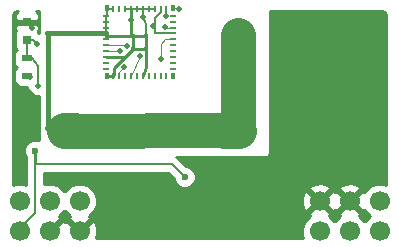
<source format=gtl>
G04 #@! TF.FileFunction,Copper,L1,Top,Signal*
%FSLAX46Y46*%
G04 Gerber Fmt 4.6, Leading zero omitted, Abs format (unit mm)*
G04 Created by KiCad (PCBNEW 4.0.2+dfsg1-stable) date 2016年12月08日 20時15分25秒*
%MOMM*%
G01*
G04 APERTURE LIST*
%ADD10C,0.100000*%
%ADD11C,1.700000*%
%ADD12R,0.900000X0.500000*%
%ADD13R,0.750000X0.800000*%
%ADD14R,0.300000X0.500000*%
%ADD15R,0.250000X0.550000*%
%ADD16R,0.550000X0.250000*%
%ADD17R,0.300000X0.300000*%
%ADD18C,0.500000*%
%ADD19C,0.600000*%
%ADD20C,0.200000*%
%ADD21C,0.250000*%
%ADD22C,3.000000*%
%ADD23C,0.400000*%
%ADD24C,0.254000*%
G04 APERTURE END LIST*
D10*
D11*
X153949400Y-109651800D03*
X151409400Y-109651800D03*
X148869400Y-109651800D03*
X148869400Y-112191800D03*
X151409400Y-112191800D03*
X153949400Y-112191800D03*
X179349400Y-109651800D03*
X176809400Y-109651800D03*
X174269400Y-109651800D03*
X174269400Y-112191800D03*
X176809400Y-112191800D03*
X179349400Y-112191800D03*
D12*
X149479000Y-97573400D03*
X149479000Y-99073400D03*
D13*
X149479000Y-96025400D03*
X149479000Y-94525400D03*
D14*
X161831000Y-93344000D03*
D15*
X161306000Y-93369000D03*
X160806000Y-93369000D03*
X160306000Y-93369000D03*
X159806000Y-93369000D03*
X159306000Y-93369000D03*
X158806000Y-93369000D03*
X158306000Y-93369000D03*
X157806000Y-93369000D03*
X157306000Y-93369000D03*
X156806000Y-93369000D03*
D14*
X156281000Y-93344000D03*
D16*
X156211000Y-93964000D03*
X156211000Y-94464000D03*
X156211000Y-96964000D03*
X156211000Y-94964000D03*
X156211000Y-95464000D03*
X156211000Y-95964000D03*
X156211000Y-96464000D03*
X156211000Y-97464000D03*
X156211000Y-97964000D03*
X156211000Y-98464000D03*
D14*
X156281000Y-99084000D03*
D15*
X156806000Y-99059000D03*
X157306000Y-99059000D03*
X157806000Y-99059000D03*
X158306000Y-99059000D03*
X158806000Y-99059000D03*
X159306000Y-99059000D03*
X159806000Y-99059000D03*
X160306000Y-99059000D03*
X160806000Y-99059000D03*
X161306000Y-99059000D03*
D14*
X161831000Y-99084000D03*
D16*
X161901000Y-98464000D03*
X161901000Y-97964000D03*
X161901000Y-97464000D03*
X161901000Y-96964000D03*
X161901000Y-96464000D03*
X161901000Y-95964000D03*
X161901000Y-95464000D03*
X161901000Y-94964000D03*
X161901000Y-94464000D03*
X161901000Y-93964000D03*
D17*
X159606000Y-95664000D03*
X158506000Y-95664000D03*
X158506000Y-96764000D03*
X159606000Y-96764000D03*
D18*
X150393400Y-99872800D03*
X150327360Y-96332040D03*
X160172400Y-94792800D03*
D19*
X150190200Y-105384600D03*
X162839400Y-107619800D03*
D18*
X157746700Y-98264980D03*
X149758400Y-99110800D03*
D19*
X164063680Y-106563160D03*
D18*
X149250400Y-107619800D03*
X151155400Y-107492800D03*
X158306000Y-94343220D03*
X149928580Y-95018860D03*
X161234120Y-93980000D03*
X159318960Y-94030800D03*
X159054800Y-97358200D03*
X157962600Y-96520000D03*
X157378400Y-96951800D03*
X162331400Y-93370400D03*
X161188400Y-94919800D03*
X160807400Y-97586800D03*
D20*
X148869400Y-111947960D02*
X150189259Y-110628101D01*
X149479000Y-97573400D02*
X149907560Y-97573400D01*
X149907560Y-97573400D02*
X150393400Y-98221800D01*
X150393400Y-98221800D02*
X150393400Y-99872800D01*
X148869400Y-112191800D02*
X148869400Y-111947960D01*
X149479000Y-97573400D02*
X149467000Y-97573400D01*
X160312100Y-94823280D02*
X160202880Y-94823280D01*
X150020720Y-96025400D02*
X149479000Y-96025400D01*
X150327360Y-96332040D02*
X150020720Y-96025400D01*
X160202880Y-94823280D02*
X160172400Y-94792800D01*
X160312100Y-94145100D02*
X160312100Y-94823280D01*
X160312100Y-94823280D02*
X160312100Y-95415100D01*
X160312100Y-95415100D02*
X160350200Y-95453200D01*
D10*
X160350200Y-95453200D02*
X160350200Y-95453543D01*
X160312186Y-95453200D02*
X160350200Y-95453200D01*
X160312100Y-95453286D02*
X160312186Y-95453200D01*
D20*
X160806000Y-93369000D02*
X160806000Y-93651200D01*
X160806000Y-93651200D02*
X160312100Y-94145100D01*
X160312100Y-94145100D02*
X160299400Y-94157800D01*
X160299400Y-95453200D02*
X160350200Y-95453543D01*
X160350200Y-95453543D02*
X161901000Y-95464000D01*
X149479000Y-96025400D02*
X149479000Y-97573400D01*
X150189259Y-110628101D02*
X150189259Y-106552917D01*
X162839400Y-107619800D02*
X161772517Y-106552917D01*
X150189259Y-106552917D02*
X150189259Y-106552921D01*
X161772517Y-106552917D02*
X150189259Y-106552917D01*
D21*
X150189259Y-106552921D02*
X150190200Y-105384600D01*
D10*
X157306000Y-99059000D02*
X157306000Y-98705680D01*
X157306000Y-98705680D02*
X157746700Y-98264980D01*
X149733700Y-99086100D02*
X149479000Y-99073400D01*
X149758400Y-99110800D02*
X149733700Y-99086100D01*
D20*
X164063680Y-106563160D02*
X164063680Y-108463080D01*
X148501800Y-94525400D02*
X149479000Y-94525400D01*
X148361400Y-94665800D02*
X148501800Y-94525400D01*
X148361400Y-106730800D02*
X148361400Y-94665800D01*
X149250400Y-107619800D02*
X148361400Y-106730800D01*
X154838400Y-107492800D02*
X151155400Y-107492800D01*
X156235400Y-108889800D02*
X154838400Y-107492800D01*
X163636960Y-108889800D02*
X156235400Y-108889800D01*
X164063680Y-108463080D02*
X163636960Y-108889800D01*
X156211000Y-95964000D02*
X156211000Y-95464000D01*
X156211000Y-95464000D02*
X156211000Y-94964000D01*
X156211000Y-94964000D02*
X156211000Y-94464000D01*
X156211000Y-94464000D02*
X156211000Y-93964000D01*
X156211000Y-93964000D02*
X156281000Y-93894000D01*
X156281000Y-93894000D02*
X156281000Y-93344000D01*
X156281000Y-93344000D02*
X156306000Y-93369000D01*
X156306000Y-93369000D02*
X156806000Y-93369000D01*
X157806000Y-93369000D02*
X158306000Y-93369000D01*
X158306000Y-93369000D02*
X158806000Y-93369000D01*
X158806000Y-93369000D02*
X159306000Y-93369000D01*
X159306000Y-93369000D02*
X159806000Y-93369000D01*
X159806000Y-93369000D02*
X160306000Y-93369000D01*
X149479000Y-94569280D02*
X149928580Y-95018860D01*
X149479000Y-94569280D02*
X149479000Y-94525400D01*
D22*
X153543000Y-103652251D02*
X152593040Y-103652251D01*
X167388540Y-103601520D02*
X167388540Y-95582740D01*
X152593040Y-103652251D02*
X152620980Y-103680191D01*
X152620980Y-103680191D02*
X166103300Y-103629460D01*
X166103300Y-103629460D02*
X166159180Y-103685340D01*
X166159180Y-103685340D02*
X167472360Y-103685340D01*
X167472360Y-103685340D02*
X167388540Y-103601520D01*
D20*
X153338080Y-103447331D02*
X153543000Y-103652251D01*
X153543000Y-103652251D02*
X153626820Y-103652251D01*
X151261750Y-103396600D02*
X153338080Y-103447331D01*
D23*
X151220800Y-95464000D02*
X151302720Y-95545920D01*
X151302720Y-95545920D02*
X151261750Y-103396600D01*
X151261750Y-103396600D02*
X151200790Y-103457560D01*
X156211000Y-95464000D02*
X151220800Y-95464000D01*
D20*
X159606000Y-95664000D02*
X159606000Y-94683600D01*
X159606000Y-94683600D02*
X159318960Y-94030800D01*
X161306000Y-93369000D02*
X161311080Y-93969080D01*
X161311080Y-93969080D02*
X161234120Y-93980000D01*
X159341560Y-94008200D02*
X159306000Y-93369000D01*
X159318960Y-94030800D02*
X159341560Y-94008200D01*
D21*
X158506000Y-95664000D02*
X156370000Y-95664000D01*
X156370000Y-95664000D02*
X156211000Y-95505000D01*
X156211000Y-95505000D02*
X156211000Y-95464000D01*
X159606000Y-95524800D02*
X159606000Y-95664000D01*
X156281000Y-99084000D02*
X156781000Y-99084000D01*
X156781000Y-99084000D02*
X156845000Y-99020000D01*
X156845000Y-99020000D02*
X156845000Y-98399600D01*
X156845000Y-98399600D02*
X157780600Y-97464000D01*
X156211000Y-97464000D02*
X157780600Y-97464000D01*
X157780600Y-97464000D02*
X157789000Y-97464000D01*
X157789000Y-97464000D02*
X158489000Y-96764000D01*
X158489000Y-96764000D02*
X158506000Y-96764000D01*
X159606000Y-96764000D02*
X158506000Y-96764000D01*
X158506000Y-96764000D02*
X158506000Y-95664000D01*
X158506000Y-95664000D02*
X159606000Y-95664000D01*
X159606000Y-95664000D02*
X159606000Y-96764000D01*
X159306000Y-99059000D02*
X159588200Y-98298000D01*
X159588200Y-98298000D02*
X159606000Y-96764000D01*
X156306000Y-93369000D02*
X156211000Y-93464000D01*
X158306000Y-93369000D02*
X158306000Y-94343220D01*
X158306000Y-94343220D02*
X158306000Y-95464000D01*
X158306000Y-95464000D02*
X158506000Y-95664000D01*
D10*
X158306000Y-99059000D02*
X159068000Y-97371400D01*
D21*
X159068000Y-97371400D02*
X159054800Y-97358200D01*
D10*
X156211000Y-96464000D02*
X157906600Y-96464000D01*
D21*
X157906600Y-96464000D02*
X157962600Y-96520000D01*
D10*
X156211000Y-96964000D02*
X157356040Y-96974160D01*
X157356040Y-96974160D02*
X157378400Y-96951800D01*
X162279600Y-93318600D02*
X161831000Y-93344000D01*
X161901000Y-94964000D02*
X161232600Y-94964000D01*
X161232600Y-94964000D02*
X161188400Y-94919800D01*
X160832800Y-96316800D02*
X160807400Y-97586800D01*
X161185600Y-95964000D02*
X160832800Y-96316800D01*
X161901000Y-95964000D02*
X161185600Y-95964000D01*
D24*
G36*
X179715177Y-93633944D02*
X179809939Y-93697261D01*
X179873256Y-93792023D01*
X179909400Y-93973730D01*
X179909400Y-108276398D01*
X179646081Y-108167058D01*
X179055311Y-108166543D01*
X178509314Y-108392144D01*
X178091212Y-108809517D01*
X178071449Y-108857112D01*
X177853358Y-108787447D01*
X176989005Y-109651800D01*
X177853358Y-110516153D01*
X178071040Y-110446619D01*
X178089744Y-110491886D01*
X178507117Y-110909988D01*
X178534957Y-110921548D01*
X178509314Y-110932144D01*
X178091212Y-111349517D01*
X178079652Y-111377357D01*
X178069056Y-111351714D01*
X177651683Y-110933612D01*
X177604088Y-110913849D01*
X177673753Y-110695758D01*
X176809400Y-109831405D01*
X175945047Y-110695758D01*
X176014581Y-110913440D01*
X175969314Y-110932144D01*
X175551212Y-111349517D01*
X175539652Y-111377357D01*
X175529056Y-111351714D01*
X175111683Y-110933612D01*
X175064088Y-110913849D01*
X175133753Y-110695758D01*
X174269400Y-109831405D01*
X173405047Y-110695758D01*
X173474581Y-110913440D01*
X173429314Y-110932144D01*
X173011212Y-111349517D01*
X172784658Y-111895119D01*
X172784143Y-112485889D01*
X172894015Y-112751800D01*
X155325945Y-112751800D01*
X155446118Y-112420521D01*
X155419715Y-111830342D01*
X155244659Y-111407720D01*
X154993358Y-111327447D01*
X154129005Y-112191800D01*
X154143148Y-112205943D01*
X153963543Y-112385548D01*
X153949400Y-112371405D01*
X153935258Y-112385548D01*
X153755653Y-112205943D01*
X153769795Y-112191800D01*
X152905442Y-111327447D01*
X152679400Y-111399652D01*
X152453358Y-111327447D01*
X151589005Y-112191800D01*
X151603148Y-112205943D01*
X151423543Y-112385548D01*
X151409400Y-112371405D01*
X151395258Y-112385548D01*
X151215653Y-112205943D01*
X151229795Y-112191800D01*
X151215653Y-112177658D01*
X151395258Y-111998053D01*
X151409400Y-112012195D01*
X152273753Y-111147842D01*
X152204219Y-110930160D01*
X152249486Y-110911456D01*
X152667588Y-110494083D01*
X152679148Y-110466243D01*
X152689744Y-110491886D01*
X153107117Y-110909988D01*
X153154712Y-110929751D01*
X153085047Y-111147842D01*
X153949400Y-112012195D01*
X154813753Y-111147842D01*
X154744219Y-110930160D01*
X154789486Y-110911456D01*
X155207588Y-110494083D01*
X155434142Y-109948481D01*
X155434600Y-109423079D01*
X172772682Y-109423079D01*
X172799085Y-110013258D01*
X172974141Y-110435880D01*
X173225442Y-110516153D01*
X174089795Y-109651800D01*
X174449005Y-109651800D01*
X175313358Y-110516153D01*
X175539400Y-110443948D01*
X175765442Y-110516153D01*
X176629795Y-109651800D01*
X175765442Y-108787447D01*
X175539400Y-108859652D01*
X175313358Y-108787447D01*
X174449005Y-109651800D01*
X174089795Y-109651800D01*
X173225442Y-108787447D01*
X172974141Y-108867720D01*
X172772682Y-109423079D01*
X155434600Y-109423079D01*
X155434657Y-109357711D01*
X155209056Y-108811714D01*
X155005540Y-108607842D01*
X173405047Y-108607842D01*
X174269400Y-109472195D01*
X175133753Y-108607842D01*
X175945047Y-108607842D01*
X176809400Y-109472195D01*
X177673753Y-108607842D01*
X177593480Y-108356541D01*
X177038121Y-108155082D01*
X176447942Y-108181485D01*
X176025320Y-108356541D01*
X175945047Y-108607842D01*
X175133753Y-108607842D01*
X175053480Y-108356541D01*
X174498121Y-108155082D01*
X173907942Y-108181485D01*
X173485320Y-108356541D01*
X173405047Y-108607842D01*
X155005540Y-108607842D01*
X154791683Y-108393612D01*
X154246081Y-108167058D01*
X153655311Y-108166543D01*
X153109314Y-108392144D01*
X152691212Y-108809517D01*
X152679652Y-108837357D01*
X152669056Y-108811714D01*
X152251683Y-108393612D01*
X151706081Y-108167058D01*
X151115311Y-108166543D01*
X150924259Y-108245484D01*
X150924259Y-107287917D01*
X161468071Y-107287917D01*
X161904308Y-107724155D01*
X161904238Y-107804967D01*
X162046283Y-108148743D01*
X162309073Y-108411992D01*
X162652601Y-108554638D01*
X163024567Y-108554962D01*
X163368343Y-108412917D01*
X163631592Y-108150127D01*
X163774238Y-107806599D01*
X163774562Y-107434633D01*
X163632517Y-107090857D01*
X163369727Y-106827608D01*
X163026199Y-106684962D01*
X162943937Y-106684890D01*
X162292240Y-106033194D01*
X162104635Y-105907840D01*
X169875200Y-105907840D01*
X169921359Y-105899155D01*
X169963753Y-105871875D01*
X169992194Y-105830250D01*
X170002200Y-105780840D01*
X170002200Y-105703129D01*
X170039953Y-105678835D01*
X170068394Y-105637210D01*
X170078400Y-105587800D01*
X170078400Y-93597800D01*
X179533469Y-93597800D01*
X179715177Y-93633944D01*
X179715177Y-93633944D01*
G37*
X179715177Y-93633944D02*
X179809939Y-93697261D01*
X179873256Y-93792023D01*
X179909400Y-93973730D01*
X179909400Y-108276398D01*
X179646081Y-108167058D01*
X179055311Y-108166543D01*
X178509314Y-108392144D01*
X178091212Y-108809517D01*
X178071449Y-108857112D01*
X177853358Y-108787447D01*
X176989005Y-109651800D01*
X177853358Y-110516153D01*
X178071040Y-110446619D01*
X178089744Y-110491886D01*
X178507117Y-110909988D01*
X178534957Y-110921548D01*
X178509314Y-110932144D01*
X178091212Y-111349517D01*
X178079652Y-111377357D01*
X178069056Y-111351714D01*
X177651683Y-110933612D01*
X177604088Y-110913849D01*
X177673753Y-110695758D01*
X176809400Y-109831405D01*
X175945047Y-110695758D01*
X176014581Y-110913440D01*
X175969314Y-110932144D01*
X175551212Y-111349517D01*
X175539652Y-111377357D01*
X175529056Y-111351714D01*
X175111683Y-110933612D01*
X175064088Y-110913849D01*
X175133753Y-110695758D01*
X174269400Y-109831405D01*
X173405047Y-110695758D01*
X173474581Y-110913440D01*
X173429314Y-110932144D01*
X173011212Y-111349517D01*
X172784658Y-111895119D01*
X172784143Y-112485889D01*
X172894015Y-112751800D01*
X155325945Y-112751800D01*
X155446118Y-112420521D01*
X155419715Y-111830342D01*
X155244659Y-111407720D01*
X154993358Y-111327447D01*
X154129005Y-112191800D01*
X154143148Y-112205943D01*
X153963543Y-112385548D01*
X153949400Y-112371405D01*
X153935258Y-112385548D01*
X153755653Y-112205943D01*
X153769795Y-112191800D01*
X152905442Y-111327447D01*
X152679400Y-111399652D01*
X152453358Y-111327447D01*
X151589005Y-112191800D01*
X151603148Y-112205943D01*
X151423543Y-112385548D01*
X151409400Y-112371405D01*
X151395258Y-112385548D01*
X151215653Y-112205943D01*
X151229795Y-112191800D01*
X151215653Y-112177658D01*
X151395258Y-111998053D01*
X151409400Y-112012195D01*
X152273753Y-111147842D01*
X152204219Y-110930160D01*
X152249486Y-110911456D01*
X152667588Y-110494083D01*
X152679148Y-110466243D01*
X152689744Y-110491886D01*
X153107117Y-110909988D01*
X153154712Y-110929751D01*
X153085047Y-111147842D01*
X153949400Y-112012195D01*
X154813753Y-111147842D01*
X154744219Y-110930160D01*
X154789486Y-110911456D01*
X155207588Y-110494083D01*
X155434142Y-109948481D01*
X155434600Y-109423079D01*
X172772682Y-109423079D01*
X172799085Y-110013258D01*
X172974141Y-110435880D01*
X173225442Y-110516153D01*
X174089795Y-109651800D01*
X174449005Y-109651800D01*
X175313358Y-110516153D01*
X175539400Y-110443948D01*
X175765442Y-110516153D01*
X176629795Y-109651800D01*
X175765442Y-108787447D01*
X175539400Y-108859652D01*
X175313358Y-108787447D01*
X174449005Y-109651800D01*
X174089795Y-109651800D01*
X173225442Y-108787447D01*
X172974141Y-108867720D01*
X172772682Y-109423079D01*
X155434600Y-109423079D01*
X155434657Y-109357711D01*
X155209056Y-108811714D01*
X155005540Y-108607842D01*
X173405047Y-108607842D01*
X174269400Y-109472195D01*
X175133753Y-108607842D01*
X175945047Y-108607842D01*
X176809400Y-109472195D01*
X177673753Y-108607842D01*
X177593480Y-108356541D01*
X177038121Y-108155082D01*
X176447942Y-108181485D01*
X176025320Y-108356541D01*
X175945047Y-108607842D01*
X175133753Y-108607842D01*
X175053480Y-108356541D01*
X174498121Y-108155082D01*
X173907942Y-108181485D01*
X173485320Y-108356541D01*
X173405047Y-108607842D01*
X155005540Y-108607842D01*
X154791683Y-108393612D01*
X154246081Y-108167058D01*
X153655311Y-108166543D01*
X153109314Y-108392144D01*
X152691212Y-108809517D01*
X152679652Y-108837357D01*
X152669056Y-108811714D01*
X152251683Y-108393612D01*
X151706081Y-108167058D01*
X151115311Y-108166543D01*
X150924259Y-108245484D01*
X150924259Y-107287917D01*
X161468071Y-107287917D01*
X161904308Y-107724155D01*
X161904238Y-107804967D01*
X162046283Y-108148743D01*
X162309073Y-108411992D01*
X162652601Y-108554638D01*
X163024567Y-108554962D01*
X163368343Y-108412917D01*
X163631592Y-108150127D01*
X163774238Y-107806599D01*
X163774562Y-107434633D01*
X163632517Y-107090857D01*
X163369727Y-106827608D01*
X163026199Y-106684962D01*
X162943937Y-106684890D01*
X162292240Y-106033194D01*
X162104635Y-105907840D01*
X169875200Y-105907840D01*
X169921359Y-105899155D01*
X169963753Y-105871875D01*
X169992194Y-105830250D01*
X170002200Y-105780840D01*
X170002200Y-105703129D01*
X170039953Y-105678835D01*
X170068394Y-105637210D01*
X170078400Y-105587800D01*
X170078400Y-93597800D01*
X179533469Y-93597800D01*
X179715177Y-93633944D01*
G36*
X148565673Y-93765702D02*
X148469000Y-93999091D01*
X148469000Y-94239650D01*
X148627750Y-94398400D01*
X149352000Y-94398400D01*
X149352000Y-94378400D01*
X149606000Y-94378400D01*
X149606000Y-94398400D01*
X150330250Y-94398400D01*
X150489000Y-94239650D01*
X150489000Y-93999091D01*
X150392327Y-93765702D01*
X150224426Y-93597800D01*
X150520400Y-93597800D01*
X150520400Y-95453933D01*
X150504170Y-95447194D01*
X150467902Y-95447162D01*
X150457162Y-95390083D01*
X150390671Y-95286754D01*
X150392327Y-95285098D01*
X150489000Y-95051709D01*
X150489000Y-94811150D01*
X150330250Y-94652400D01*
X149606000Y-94652400D01*
X149606000Y-94672400D01*
X149352000Y-94672400D01*
X149352000Y-94652400D01*
X148627750Y-94652400D01*
X148469000Y-94811150D01*
X148469000Y-95051709D01*
X148565673Y-95285098D01*
X148567043Y-95286468D01*
X148507569Y-95373510D01*
X148456560Y-95625400D01*
X148456560Y-96425400D01*
X148500838Y-96660717D01*
X148613675Y-96836070D01*
X148577559Y-96859310D01*
X148432569Y-97071510D01*
X148381560Y-97323400D01*
X148381560Y-97823400D01*
X148425838Y-98058717D01*
X148564910Y-98274841D01*
X148634711Y-98322534D01*
X148577559Y-98359310D01*
X148432569Y-98571510D01*
X148381560Y-98823400D01*
X148381560Y-99323400D01*
X148425838Y-99558717D01*
X148564910Y-99774841D01*
X148777110Y-99919831D01*
X149029000Y-99970840D01*
X149508314Y-99970840D01*
X149508247Y-100048065D01*
X149642696Y-100373457D01*
X149891433Y-100622629D01*
X150216590Y-100757646D01*
X150520400Y-100757911D01*
X150520400Y-104509308D01*
X150376999Y-104449762D01*
X150005033Y-104449438D01*
X149661257Y-104591483D01*
X149398008Y-104854273D01*
X149255362Y-105197801D01*
X149255038Y-105569767D01*
X149397083Y-105913543D01*
X149429747Y-105946264D01*
X149429259Y-106552309D01*
X149454259Y-106678522D01*
X149454259Y-108286720D01*
X149166081Y-108167058D01*
X148575311Y-108166543D01*
X148309400Y-108276415D01*
X148309400Y-93973731D01*
X148345544Y-93792023D01*
X148408861Y-93697261D01*
X148503623Y-93633944D01*
X148685330Y-93597800D01*
X148733574Y-93597800D01*
X148565673Y-93765702D01*
X148565673Y-93765702D01*
G37*
X148565673Y-93765702D02*
X148469000Y-93999091D01*
X148469000Y-94239650D01*
X148627750Y-94398400D01*
X149352000Y-94398400D01*
X149352000Y-94378400D01*
X149606000Y-94378400D01*
X149606000Y-94398400D01*
X150330250Y-94398400D01*
X150489000Y-94239650D01*
X150489000Y-93999091D01*
X150392327Y-93765702D01*
X150224426Y-93597800D01*
X150520400Y-93597800D01*
X150520400Y-95453933D01*
X150504170Y-95447194D01*
X150467902Y-95447162D01*
X150457162Y-95390083D01*
X150390671Y-95286754D01*
X150392327Y-95285098D01*
X150489000Y-95051709D01*
X150489000Y-94811150D01*
X150330250Y-94652400D01*
X149606000Y-94652400D01*
X149606000Y-94672400D01*
X149352000Y-94672400D01*
X149352000Y-94652400D01*
X148627750Y-94652400D01*
X148469000Y-94811150D01*
X148469000Y-95051709D01*
X148565673Y-95285098D01*
X148567043Y-95286468D01*
X148507569Y-95373510D01*
X148456560Y-95625400D01*
X148456560Y-96425400D01*
X148500838Y-96660717D01*
X148613675Y-96836070D01*
X148577559Y-96859310D01*
X148432569Y-97071510D01*
X148381560Y-97323400D01*
X148381560Y-97823400D01*
X148425838Y-98058717D01*
X148564910Y-98274841D01*
X148634711Y-98322534D01*
X148577559Y-98359310D01*
X148432569Y-98571510D01*
X148381560Y-98823400D01*
X148381560Y-99323400D01*
X148425838Y-99558717D01*
X148564910Y-99774841D01*
X148777110Y-99919831D01*
X149029000Y-99970840D01*
X149508314Y-99970840D01*
X149508247Y-100048065D01*
X149642696Y-100373457D01*
X149891433Y-100622629D01*
X150216590Y-100757646D01*
X150520400Y-100757911D01*
X150520400Y-104509308D01*
X150376999Y-104449762D01*
X150005033Y-104449438D01*
X149661257Y-104591483D01*
X149398008Y-104854273D01*
X149255362Y-105197801D01*
X149255038Y-105569767D01*
X149397083Y-105913543D01*
X149429747Y-105946264D01*
X149429259Y-106552309D01*
X149454259Y-106678522D01*
X149454259Y-108286720D01*
X149166081Y-108167058D01*
X148575311Y-108166543D01*
X148309400Y-108276415D01*
X148309400Y-93973731D01*
X148345544Y-93792023D01*
X148408861Y-93697261D01*
X148503623Y-93633944D01*
X148685330Y-93597800D01*
X148733574Y-93597800D01*
X148565673Y-93765702D01*
M02*

</source>
